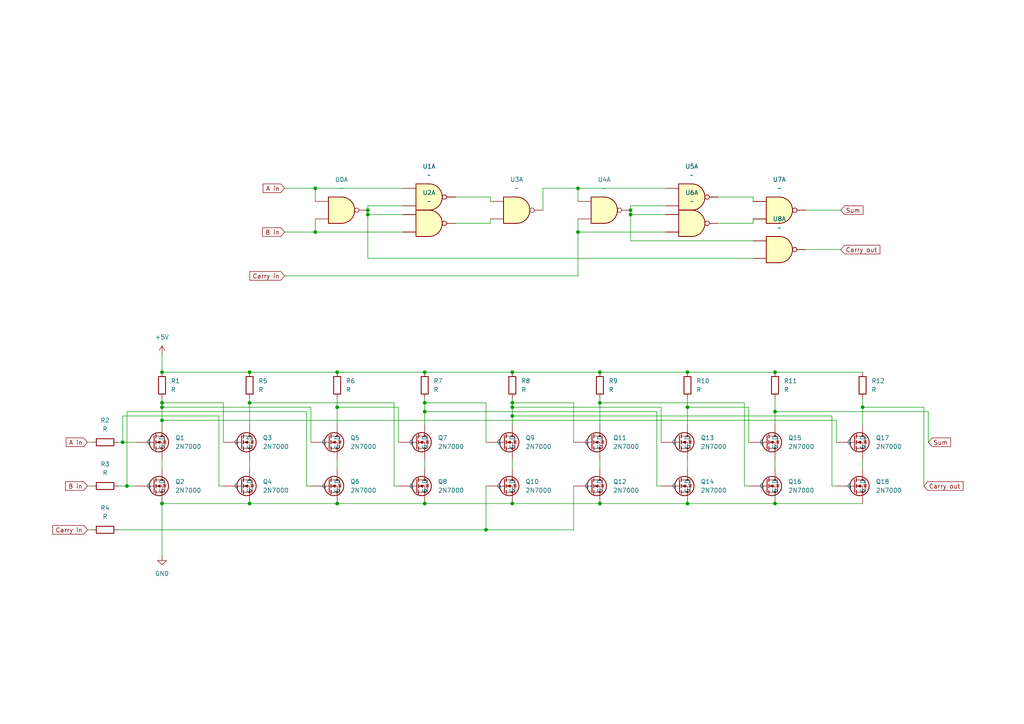
<source format=kicad_sch>
(kicad_sch (version 20250114) (generator "eeschema") (generator_version "9.0")
  (paper "A4")
  (lib_symbols
    (symbol "74xx:74HC00" (pin_numbers (hide yes)) (pin_names (offset 1.016) (hide yes))
      (property "Reference" "U" (at 0 1.27 0))
      (property "Value" "74HC00" (at 0 -1.27 0))
      (symbol "74HC00_1_1"
        (arc (start 0 3.81) (mid 3.7934 0) (end 0 -3.81) (stroke (width 0.254)) (fill (type background)))
        (polyline (pts (xy 0 3.81) (xy -3.81 3.81) (xy -3.81 -3.81) (xy 0 -3.81)) (stroke (width 0.254)) (fill (type background)))
        (pin input line (at -7.62 2.54 0) (length 3.81) (name "~") (number "1"))
        (pin input line (at -7.62 -2.54 0) (length 3.81) (name "~") (number "2"))
        (pin output inverted (at 7.62 0 180) (length 3.81) (name "~") (number "3"))
      )
      (symbol "74HC00_1_2"
        (arc (start -3.81 3.81) (mid -2.589 0) (end -3.81 -3.81) (stroke (width 0.254)))
        (polyline (pts (xy -3.81 3.81) (xy -0.635 3.81)) (stroke (width 0.254)) (fill (type background)))
        (polyline (pts (xy -3.81 -3.81) (xy -0.635 -3.81)) (stroke (width 0.254)) (fill (type background)))
        (arc (start 3.81 0) (mid 2.1855 -2.584) (end -0.6096 -3.81) (stroke (width 0.254)) (fill (type background)))
        (arc (start -0.6096 3.81) (mid 2.1928 2.5924) (end 3.81 0) (stroke (width 0.254)) (fill (type background)))
        (polyline (pts (xy -0.635 3.81) (xy -3.81 3.81) (xy -3.81 3.81) (xy -3.556 3.4036) (xy -3.0226 2.2606) (xy -2.6924 1.0414) (xy -2.6162 -0.254) (xy -2.7686 -1.4986) (xy -3.175 -2.7178) (xy -3.81 -3.81) (xy -3.81 -3.81) (xy -0.635 -3.81)) (stroke (width -25.4)) (fill (type background)))
        (pin input inverted (at -7.62 2.54 0) (length 4.318) (name "~") (number "1"))
        (pin input inverted (at -7.62 -2.54 0) (length 4.318) (name "~") (number "2"))
        (pin output line (at 7.62 0 180) (length 3.81) (name "~") (number "3"))
      )
      (symbol "74HC00_2_1"
        (arc (start 0 3.81) (mid 3.7934 0) (end 0 -3.81) (stroke (width 0.254)) (fill (type background)))
        (polyline (pts (xy 0 3.81) (xy -3.81 3.81) (xy -3.81 -3.81) (xy 0 -3.81)) (stroke (width 0.254)) (fill (type background)))
        (pin input line (at -7.62 2.54 0) (length 3.81) (name "~") (number "4"))
        (pin input line (at -7.62 -2.54 0) (length 3.81) (name "~") (number "5"))
        (pin output inverted (at 7.62 0 180) (length 3.81) (name "~") (number "6"))
      )
      (symbol "74HC00_2_2"
        (arc (start -3.81 3.81) (mid -2.589 0) (end -3.81 -3.81) (stroke (width 0.254)))
        (polyline (pts (xy -3.81 3.81) (xy -0.635 3.81)) (stroke (width 0.254)) (fill (type background)))
        (polyline (pts (xy -3.81 -3.81) (xy -0.635 -3.81)) (stroke (width 0.254)) (fill (type background)))
        (arc (start 3.81 0) (mid 2.1855 -2.584) (end -0.6096 -3.81) (stroke (width 0.254)) (fill (type background)))
        (arc (start -0.6096 3.81) (mid 2.1928 2.5924) (end 3.81 0) (stroke (width 0.254)) (fill (type background)))
        (polyline (pts (xy -0.635 3.81) (xy -3.81 3.81) (xy -3.81 3.81) (xy -3.556 3.4036) (xy -3.0226 2.2606) (xy -2.6924 1.0414) (xy -2.6162 -0.254) (xy -2.7686 -1.4986) (xy -3.175 -2.7178) (xy -3.81 -3.81) (xy -3.81 -3.81) (xy -0.635 -3.81)) (stroke (width -25.4)) (fill (type background)))
        (pin input inverted (at -7.62 2.54 0) (length 4.318) (name "~") (number "4"))
        (pin input inverted (at -7.62 -2.54 0) (length 4.318) (name "~") (number "5"))
        (pin output line (at 7.62 0 180) (length 3.81) (name "~") (number "6"))
      )
      (symbol "74HC00_3_1"
        (arc (start 0 3.81) (mid 3.7934 0) (end 0 -3.81) (stroke (width 0.254)) (fill (type background)))
        (polyline (pts (xy 0 3.81) (xy -3.81 3.81) (xy -3.81 -3.81) (xy 0 -3.81)) (stroke (width 0.254)) (fill (type background)))
        (pin input line (at -7.62 2.54 0) (length 3.81) (name "~") (number "9"))
        (pin input line (at -7.62 -2.54 0) (length 3.81) (name "~") (number "10"))
        (pin output inverted (at 7.62 0 180) (length 3.81) (name "~") (number "8"))
      )
      (symbol "74HC00_3_2"
        (arc (start -3.81 3.81) (mid -2.589 0) (end -3.81 -3.81) (stroke (width 0.254)))
        (polyline (pts (xy -3.81 3.81) (xy -0.635 3.81)) (stroke (width 0.254)) (fill (type background)))
        (polyline (pts (xy -3.81 -3.81) (xy -0.635 -3.81)) (stroke (width 0.254)) (fill (type background)))
        (arc (start 3.81 0) (mid 2.1855 -2.584) (end -0.6096 -3.81) (stroke (width 0.254)) (fill (type background)))
        (arc (start -0.6096 3.81) (mid 2.1928 2.5924) (end 3.81 0) (stroke (width 0.254)) (fill (type background)))
        (polyline (pts (xy -0.635 3.81) (xy -3.81 3.81) (xy -3.81 3.81) (xy -3.556 3.4036) (xy -3.0226 2.2606) (xy -2.6924 1.0414) (xy -2.6162 -0.254) (xy -2.7686 -1.4986) (xy -3.175 -2.7178) (xy -3.81 -3.81) (xy -3.81 -3.81) (xy -0.635 -3.81)) (stroke (width -25.4)) (fill (type background)))
        (pin input inverted (at -7.62 2.54 0) (length 4.318) (name "~") (number "9"))
        (pin input inverted (at -7.62 -2.54 0) (length 4.318) (name "~") (number "10"))
        (pin output line (at 7.62 0 180) (length 3.81) (name "~") (number "8"))
      )
      (symbol "74HC00_4_1"
        (arc (start 0 3.81) (mid 3.7934 0) (end 0 -3.81) (stroke (width 0.254)) (fill (type background)))
        (polyline (pts (xy 0 3.81) (xy -3.81 3.81) (xy -3.81 -3.81) (xy 0 -3.81)) (stroke (width 0.254)) (fill (type background)))
        (pin input line (at -7.62 2.54 0) (length 3.81) (name "~") (number "12"))
        (pin input line (at -7.62 -2.54 0) (length 3.81) (name "~") (number "13"))
        (pin output inverted (at 7.62 0 180) (length 3.81) (name "~") (number "11"))
      )
      (symbol "74HC00_4_2"
        (arc (start -3.81 3.81) (mid -2.589 0) (end -3.81 -3.81) (stroke (width 0.254)))
        (polyline (pts (xy -3.81 3.81) (xy -0.635 3.81)) (stroke (width 0.254)) (fill (type background)))
        (polyline (pts (xy -3.81 -3.81) (xy -0.635 -3.81)) (stroke (width 0.254)) (fill (type background)))
        (arc (start 3.81 0) (mid 2.1855 -2.584) (end -0.6096 -3.81) (stroke (width 0.254)) (fill (type background)))
        (arc (start -0.6096 3.81) (mid 2.1928 2.5924) (end 3.81 0) (stroke (width 0.254)) (fill (type background)))
        (polyline (pts (xy -0.635 3.81) (xy -3.81 3.81) (xy -3.81 3.81) (xy -3.556 3.4036) (xy -3.0226 2.2606) (xy -2.6924 1.0414) (xy -2.6162 -0.254) (xy -2.7686 -1.4986) (xy -3.175 -2.7178) (xy -3.81 -3.81) (xy -3.81 -3.81) (xy -0.635 -3.81)) (stroke (width -25.4)) (fill (type background)))
        (pin input inverted (at -7.62 2.54 0) (length 4.318) (name "~") (number "12"))
        (pin input inverted (at -7.62 -2.54 0) (length 4.318) (name "~") (number "13"))
        (pin output line (at 7.62 0 180) (length 3.81) (name "~") (number "11"))
      )
      (symbol "74HC00_5_0"
        (pin power_in line (at 0 12.7 270) (length 5.08) (name "VCC") (number "14"))
        (pin power_in line (at 0 -12.7 90) (length 5.08) (name "GND") (number "7"))
      )
      (symbol "74HC00_5_1"
        (rectangle (start -5.08 7.62) (end 5.08 -7.62) (stroke (width 0.254)) (fill (type background)))
      )
    )
    (symbol "Device:R" (pin_numbers (hide yes)) (pin_names (offset 0))
      (property "Reference" "R" (at 2.032 0 90))
      (property "Value" "R" (at 0 0 90))
      (symbol "R_0_1"
        (rectangle (start -1.016 -2.54) (end 1.016 2.54) (stroke (width 0.254)))
      )
      (symbol "R_1_1"
        (pin passive line (at 0 3.81 270) (length 1.27) (name "~") (number "1"))
        (pin passive line (at 0 -3.81 90) (length 1.27) (name "~") (number "2"))
      )
    )
    (symbol "Transistor_FET:2N7000" (pin_numbers (hide yes))
      (property "Reference" "Q" (at 5.08 1.905 0))
      (property "Value" "2N7000" (at 5.08 0 0))
      (symbol "2N7000_0_1"
        (polyline (pts (xy 0.254 1.905) (xy 0.254 -1.905)) (stroke (width 0.254)))
        (polyline (pts (xy 0.254 0) (xy -2.54 0)))
        (polyline (pts (xy 0.762 2.286) (xy 0.762 1.27)) (stroke (width 0.254)))
        (polyline (pts (xy 0.762 0.508) (xy 0.762 -0.508)) (stroke (width 0.254)))
        (polyline (pts (xy 0.762 -1.27) (xy 0.762 -2.286)) (stroke (width 0.254)))
        (polyline (pts (xy 0.762 -1.778) (xy 3.302 -1.778) (xy 3.302 1.778) (xy 0.762 1.778)))
        (polyline (pts (xy 1.016 0) (xy 2.032 0.381) (xy 2.032 -0.381) (xy 1.016 0)) (fill (type outline)))
        (circle (center 1.651 0) (radius 2.794) (stroke (width 0.254)))
        (polyline (pts (xy 2.54 2.54) (xy 2.54 1.778)))
        (circle (center 2.54 1.778) (radius 0.254) (fill (type outline)))
        (circle (center 2.54 -1.778) (radius 0.254) (fill (type outline)))
        (polyline (pts (xy 2.54 -2.54) (xy 2.54 0) (xy 0.762 0)))
        (polyline (pts (xy 2.794 0.508) (xy 2.921 0.381) (xy 3.683 0.381) (xy 3.81 0.254)))
        (polyline (pts (xy 3.302 0.381) (xy 2.921 -0.254) (xy 3.683 -0.254) (xy 3.302 0.381)))
      )
      (symbol "2N7000_1_1"
        (pin input line (at -5.08 0 0) (length 2.54) (name "G") (number "2"))
        (pin passive line (at 2.54 5.08 270) (length 2.54) (name "D") (number "3"))
        (pin passive line (at 2.54 -5.08 90) (length 2.54) (name "S") (number "1"))
      )
    )
    (symbol "power:+5V" (power) (pin_numbers (hide yes)) (pin_names (offset 0) (hide yes))
      (property "Value" "+5V" (at 0 3.556 0))
      (symbol "+5V_0_1"
        (polyline (pts (xy -0.762 1.27) (xy 0 2.54)))
        (polyline (pts (xy 0 2.54) (xy 0.762 1.27)))
        (polyline (pts (xy 0 0) (xy 0 2.54)))
      )
      (symbol "+5V_1_1"
        (pin power_in line (at 0 0 90) (length 0) (name "~") (number "1"))
      )
    )
    (symbol "power:GND" (power) (pin_numbers (hide yes)) (pin_names (offset 0) (hide yes))
      (property "Value" "GND" (at 0 -3.81 0))
      (symbol "GND_0_1"
        (polyline (pts (xy 0 0) (xy 0 -1.27) (xy 1.27 -1.27) (xy 0 -2.54) (xy -1.27 -1.27) (xy 0 -1.27)))
      )
      (symbol "GND_1_1"
        (pin power_in line (at 0 0 270) (length 0) (name "~") (number "1"))
      )
    )
  )
  (junction (at 182.88 62.23))
  (junction (at 148.59 118.11))
  (junction (at 224.79 119.38))
  (junction (at 97.79 146.05))
  (junction (at 123.19 116.84))
  (junction (at 97.79 118.11))
  (junction (at 72.39 107.95))
  (junction (at 250.19 118.11))
  (junction (at 224.79 107.95))
  (junction (at 35.56 128.27))
  (junction (at 91.44 67.31))
  (junction (at 46.99 107.95))
  (junction (at 46.99 146.05))
  (junction (at 199.39 118.11))
  (junction (at 199.39 146.05))
  (junction (at 167.64 67.31))
  (junction (at 148.59 116.84))
  (junction (at 182.88 60.96))
  (junction (at 46.99 121.92))
  (junction (at 46.99 116.84))
  (junction (at 123.19 107.95))
  (junction (at 123.19 146.05))
  (junction (at 97.79 107.95))
  (junction (at 199.39 107.95))
  (junction (at 224.79 146.05))
  (junction (at 140.97 153.67))
  (junction (at 148.59 107.95))
  (junction (at 46.99 118.11))
  (junction (at 173.99 107.95))
  (junction (at 123.19 119.38))
  (junction (at 72.39 146.05))
  (junction (at 36.83 140.97))
  (junction (at 148.59 146.05))
  (junction (at 106.68 62.23))
  (junction (at 106.68 60.96))
  (junction (at 72.39 116.84))
  (junction (at 173.99 146.05))
  (junction (at 91.44 54.61))
  (junction (at 148.59 120.65))
  (junction (at 167.64 54.61))
  (junction (at 173.99 116.84))
  (wire (pts (xy 64.77 116.84) (xy 46.99 116.84)))
  (wire (pts (xy 123.19 133.35) (xy 123.19 135.89)))
  (wire (pts (xy 148.59 107.95) (xy 173.99 107.95)))
  (wire (pts (xy 140.97 153.67) (xy 140.97 140.97)))
  (wire (pts (xy 269.24 119.38) (xy 224.79 119.38)))
  (wire (pts (xy 36.83 140.97) (xy 39.37 140.97)))
  (wire (pts (xy 173.99 115.57) (xy 173.99 116.84)))
  (wire (pts (xy 224.79 133.35) (xy 224.79 135.89)))
  (wire (pts (xy 191.77 140.97) (xy 190.5 140.97)))
  (wire (pts (xy 193.04 62.23) (xy 182.88 62.23)))
  (wire (pts (xy 123.19 115.57) (xy 123.19 116.84)))
  (wire (pts (xy 97.79 115.57) (xy 97.79 118.11)))
  (wire (pts (xy 90.17 118.11) (xy 46.99 118.11)))
  (wire (pts (xy 224.79 119.38) (xy 224.79 123.19)))
  (wire (pts (xy 91.44 54.61) (xy 91.44 58.42)))
  (wire (pts (xy 182.88 62.23) (xy 182.88 69.85)))
  (wire (pts (xy 82.55 67.31) (xy 91.44 67.31)))
  (wire (pts (xy 215.9 116.84) (xy 173.99 116.84)))
  (wire (pts (xy 233.68 60.96) (xy 243.84 60.96)))
  (wire (pts (xy 97.79 133.35) (xy 97.79 135.89)))
  (wire (pts (xy 182.88 59.69) (xy 182.88 60.96)))
  (wire (pts (xy 269.24 128.27) (xy 269.24 119.38)))
  (wire (pts (xy 46.99 118.11) (xy 46.99 121.92)))
  (wire (pts (xy 250.19 133.35) (xy 250.19 135.89)))
  (wire (pts (xy 115.57 140.97) (xy 114.3 140.97)))
  (wire (pts (xy 218.44 74.93) (xy 106.68 74.93)))
  (wire (pts (xy 167.64 54.61) (xy 193.04 54.61)))
  (wire (pts (xy 46.99 121.92) (xy 46.99 123.19)))
  (wire (pts (xy 90.17 128.27) (xy 90.17 118.11)))
  (wire (pts (xy 167.64 67.31) (xy 167.64 63.5)))
  (wire (pts (xy 88.9 119.38) (xy 36.83 119.38)))
  (wire (pts (xy 123.19 146.05) (xy 148.59 146.05)))
  (wire (pts (xy 72.39 146.05) (xy 97.79 146.05)))
  (wire (pts (xy 123.19 116.84) (xy 123.19 119.38)))
  (wire (pts (xy 72.39 107.95) (xy 97.79 107.95)))
  (wire (pts (xy 116.84 62.23) (xy 106.68 62.23)))
  (wire (pts (xy 25.4 153.67) (xy 26.67 153.67)))
  (wire (pts (xy 157.48 54.61) (xy 167.64 54.61)))
  (wire (pts (xy 166.37 128.27) (xy 166.37 116.84)))
  (wire (pts (xy 148.59 118.11) (xy 148.59 120.65)))
  (wire (pts (xy 142.24 64.77) (xy 142.24 63.5)))
  (wire (pts (xy 123.19 107.95) (xy 148.59 107.95)))
  (wire (pts (xy 25.4 140.97) (xy 26.67 140.97)))
  (wire (pts (xy 182.88 60.96) (xy 182.88 62.23)))
  (wire (pts (xy 173.99 107.95) (xy 199.39 107.95)))
  (wire (pts (xy 115.57 118.11) (xy 97.79 118.11)))
  (wire (pts (xy 166.37 116.84) (xy 148.59 116.84)))
  (wire (pts (xy 35.56 120.65) (xy 35.56 128.27)))
  (wire (pts (xy 224.79 146.05) (xy 250.19 146.05)))
  (wire (pts (xy 72.39 116.84) (xy 72.39 123.19)))
  (wire (pts (xy 148.59 146.05) (xy 173.99 146.05)))
  (wire (pts (xy 241.3 120.65) (xy 148.59 120.65)))
  (wire (pts (xy 34.29 128.27) (xy 35.56 128.27)))
  (wire (pts (xy 46.99 146.05) (xy 46.99 161.29)))
  (wire (pts (xy 148.59 115.57) (xy 148.59 116.84)))
  (wire (pts (xy 242.57 121.92) (xy 46.99 121.92)))
  (wire (pts (xy 199.39 133.35) (xy 199.39 135.89)))
  (wire (pts (xy 34.29 153.67) (xy 140.97 153.67)))
  (wire (pts (xy 46.99 107.95) (xy 72.39 107.95)))
  (wire (pts (xy 46.99 116.84) (xy 46.99 118.11)))
  (wire (pts (xy 82.55 80.01) (xy 167.64 80.01)))
  (wire (pts (xy 90.17 140.97) (xy 88.9 140.97)))
  (wire (pts (xy 148.59 116.84) (xy 148.59 118.11)))
  (wire (pts (xy 167.64 67.31) (xy 193.04 67.31)))
  (wire (pts (xy 64.77 128.27) (xy 64.77 116.84)))
  (wire (pts (xy 106.68 59.69) (xy 106.68 60.96)))
  (wire (pts (xy 199.39 115.57) (xy 199.39 118.11)))
  (wire (pts (xy 233.68 72.39) (xy 243.84 72.39)))
  (wire (pts (xy 97.79 146.05) (xy 123.19 146.05)))
  (wire (pts (xy 242.57 140.97) (xy 241.3 140.97)))
  (wire (pts (xy 173.99 133.35) (xy 173.99 135.89)))
  (wire (pts (xy 217.17 128.27) (xy 217.17 118.11)))
  (wire (pts (xy 208.28 57.15) (xy 218.44 57.15)))
  (wire (pts (xy 36.83 119.38) (xy 36.83 140.97)))
  (wire (pts (xy 97.79 118.11) (xy 97.79 123.19)))
  (wire (pts (xy 148.59 133.35) (xy 148.59 135.89)))
  (wire (pts (xy 72.39 115.57) (xy 72.39 116.84)))
  (wire (pts (xy 250.19 115.57) (xy 250.19 118.11)))
  (wire (pts (xy 191.77 118.11) (xy 148.59 118.11)))
  (wire (pts (xy 116.84 59.69) (xy 106.68 59.69)))
  (wire (pts (xy 224.79 107.95) (xy 250.19 107.95)))
  (wire (pts (xy 173.99 146.05) (xy 199.39 146.05)))
  (wire (pts (xy 91.44 67.31) (xy 91.44 63.5)))
  (wire (pts (xy 199.39 146.05) (xy 224.79 146.05)))
  (wire (pts (xy 63.5 120.65) (xy 35.56 120.65)))
  (wire (pts (xy 46.99 115.57) (xy 46.99 116.84)))
  (wire (pts (xy 182.88 69.85) (xy 218.44 69.85)))
  (wire (pts (xy 106.68 60.96) (xy 106.68 62.23)))
  (wire (pts (xy 106.68 62.23) (xy 106.68 74.93)))
  (wire (pts (xy 166.37 140.97) (xy 166.37 153.67)))
  (wire (pts (xy 140.97 128.27) (xy 140.97 116.84)))
  (wire (pts (xy 46.99 146.05) (xy 72.39 146.05)))
  (wire (pts (xy 63.5 140.97) (xy 63.5 120.65)))
  (wire (pts (xy 132.08 57.15) (xy 142.24 57.15)))
  (wire (pts (xy 64.77 140.97) (xy 63.5 140.97)))
  (wire (pts (xy 190.5 140.97) (xy 190.5 119.38)))
  (wire (pts (xy 114.3 140.97) (xy 114.3 116.84)))
  (wire (pts (xy 46.99 102.87) (xy 46.99 107.95)))
  (wire (pts (xy 142.24 57.15) (xy 142.24 58.42)))
  (wire (pts (xy 123.19 119.38) (xy 190.5 119.38)))
  (wire (pts (xy 217.17 118.11) (xy 199.39 118.11)))
  (wire (pts (xy 199.39 118.11) (xy 199.39 123.19)))
  (wire (pts (xy 97.79 107.95) (xy 123.19 107.95)))
  (wire (pts (xy 218.44 57.15) (xy 218.44 58.42)))
  (wire (pts (xy 148.59 120.65) (xy 148.59 123.19)))
  (wire (pts (xy 88.9 140.97) (xy 88.9 119.38)))
  (wire (pts (xy 91.44 54.61) (xy 116.84 54.61)))
  (wire (pts (xy 217.17 140.97) (xy 215.9 140.97)))
  (wire (pts (xy 267.97 140.97) (xy 267.97 118.11)))
  (wire (pts (xy 241.3 140.97) (xy 241.3 120.65)))
  (wire (pts (xy 250.19 118.11) (xy 250.19 123.19)))
  (wire (pts (xy 35.56 128.27) (xy 39.37 128.27)))
  (wire (pts (xy 166.37 153.67) (xy 140.97 153.67)))
  (wire (pts (xy 242.57 128.27) (xy 242.57 121.92)))
  (wire (pts (xy 132.08 64.77) (xy 142.24 64.77)))
  (wire (pts (xy 140.97 116.84) (xy 123.19 116.84)))
  (wire (pts (xy 208.28 64.77) (xy 218.44 64.77)))
  (wire (pts (xy 25.4 128.27) (xy 26.67 128.27)))
  (wire (pts (xy 72.39 133.35) (xy 72.39 135.89)))
  (wire (pts (xy 91.44 67.31) (xy 116.84 67.31)))
  (wire (pts (xy 199.39 107.95) (xy 224.79 107.95)))
  (wire (pts (xy 224.79 115.57) (xy 224.79 119.38)))
  (wire (pts (xy 267.97 118.11) (xy 250.19 118.11)))
  (wire (pts (xy 123.19 119.38) (xy 123.19 123.19)))
  (wire (pts (xy 34.29 140.97) (xy 36.83 140.97)))
  (wire (pts (xy 193.04 59.69) (xy 182.88 59.69)))
  (wire (pts (xy 167.64 80.01) (xy 167.64 67.31)))
  (wire (pts (xy 157.48 54.61) (xy 157.48 60.96)))
  (wire (pts (xy 191.77 128.27) (xy 191.77 118.11)))
  (wire (pts (xy 114.3 116.84) (xy 72.39 116.84)))
  (wire (pts (xy 167.64 54.61) (xy 167.64 58.42)))
  (wire (pts (xy 215.9 140.97) (xy 215.9 116.84)))
  (wire (pts (xy 218.44 64.77) (xy 218.44 63.5)))
  (wire (pts (xy 46.99 133.35) (xy 46.99 135.89)))
  (wire (pts (xy 173.99 116.84) (xy 173.99 123.19)))
  (wire (pts (xy 82.55 54.61) (xy 91.44 54.61)))
  (wire (pts (xy 115.57 128.27) (xy 115.57 118.11)))
  (global_label "A in" (shape input) (at 82.55 54.61 180) (property "Intersheetrefs" "${INTERSHEET_REFS}" (effects (hide yes))))
  (global_label "Sum" (shape input) (at 269.24 128.27 0) (property "Intersheetrefs" "${INTERSHEET_REFS}" (effects (hide yes))))
  (global_label "Carry out" (shape input) (at 267.97 140.97 0) (property "Intersheetrefs" "${INTERSHEET_REFS}" (effects (hide yes))))
  (global_label "Carry in" (shape input) (at 25.4 153.67 180) (property "Intersheetrefs" "${INTERSHEET_REFS}" (effects (hide yes))))
  (global_label "Carry in" (shape input) (at 82.55 80.01 180) (property "Intersheetrefs" "${INTERSHEET_REFS}" (effects (hide yes))))
  (global_label "Carry out" (shape input) (at 243.84 72.39 0) (property "Intersheetrefs" "${INTERSHEET_REFS}" (effects (hide yes))))
  (global_label "B in" (shape input) (at 82.55 67.31 180) (property "Intersheetrefs" "${INTERSHEET_REFS}" (effects (hide yes))))
  (global_label "B in" (shape input) (at 25.4 140.97 180) (property "Intersheetrefs" "${INTERSHEET_REFS}" (effects (hide yes))))
  (global_label "A in" (shape input) (at 25.4 128.27 180) (property "Intersheetrefs" "${INTERSHEET_REFS}" (effects (hide yes))))
  (global_label "Sum" (shape input) (at 243.84 60.96 0) (property "Intersheetrefs" "${INTERSHEET_REFS}" (effects (hide yes))))
  (symbol (lib_id "74xx:74HC00") (at 226.06 60.96 0) (unit 1)
    (property "Reference" "U7" (at 226.0517 52.07 0))
    (property "Value" "~" (at 226.0517 54.61 0))
    (property "Datasheet" "http://www.ti.com/lit/gpn/sn74hc00" (effects (hide yes)))
    (property "Description" "quad 2-input NAND gate" (effects (hide yes)))
  )
  (symbol (lib_id "Device:R") (at 123.19 111.76 0) (unit 1)
    (property "Reference" "R7" (at 125.73 110.4899 0) (effects (justify left)))
    (property "Value" "R" (at 125.73 113.0299 0) (effects (justify left)))
    (property "Description" "Resistor" (effects (hide yes)))
  )
  (symbol (lib_id "Device:R") (at 224.79 111.76 0) (unit 1)
    (property "Reference" "R11" (at 227.33 110.4899 0) (effects (justify left)))
    (property "Value" "R" (at 227.33 113.0299 0) (effects (justify left)))
    (property "Description" "Resistor" (effects (hide yes)))
  )
  (symbol (lib_id "Transistor_FET:2N7000") (at 196.85 128.27 0) (unit 1)
    (property "Reference" "Q13" (at 203.2 126.9999 0) (effects (justify left)))
    (property "Value" "2N7000" (at 203.2 129.5399 0) (effects (justify left)))
    (property "Footprint" "Package_TO_SOT_THT:TO-92_Inline" (effects (hide yes)))
    (property "Datasheet" "https://www.vishay.com/docs/70226/70226.pdf" (effects (hide yes)))
    (property "Description" "0.2A Id, 200V Vds, N-Channel MOSFET, 2.6V Logic Level, TO-92" (effects (hide yes)))
  )
  (symbol (lib_id "Transistor_FET:2N7000") (at 120.65 128.27 0) (unit 1)
    (property "Reference" "Q7" (at 127 126.9999 0) (effects (justify left)))
    (property "Value" "2N7000" (at 127 129.5399 0) (effects (justify left)))
    (property "Footprint" "Package_TO_SOT_THT:TO-92_Inline" (effects (hide yes)))
    (property "Datasheet" "https://www.vishay.com/docs/70226/70226.pdf" (effects (hide yes)))
    (property "Description" "0.2A Id, 200V Vds, N-Channel MOSFET, 2.6V Logic Level, TO-92" (effects (hide yes)))
  )
  (symbol (lib_id "Transistor_FET:2N7000") (at 69.85 140.97 0) (unit 1)
    (property "Reference" "Q4" (at 76.2 139.6999 0) (effects (justify left)))
    (property "Value" "2N7000" (at 76.2 142.2399 0) (effects (justify left)))
    (property "Footprint" "Package_TO_SOT_THT:TO-92_Inline" (effects (hide yes)))
    (property "Datasheet" "https://www.vishay.com/docs/70226/70226.pdf" (effects (hide yes)))
    (property "Description" "0.2A Id, 200V Vds, N-Channel MOSFET, 2.6V Logic Level, TO-92" (effects (hide yes)))
  )
  (symbol (lib_id "74xx:74HC00") (at 226.06 72.39 0) (unit 1)
    (property "Reference" "U8" (at 226.0517 63.5 0))
    (property "Value" "~" (at 226.0517 66.04 0))
    (property "Datasheet" "http://www.ti.com/lit/gpn/sn74hc00" (effects (hide yes)))
    (property "Description" "quad 2-input NAND gate" (effects (hide yes)))
  )
  (symbol (lib_id "Transistor_FET:2N7000") (at 171.45 128.27 0) (unit 1)
    (property "Reference" "Q11" (at 177.8 126.9999 0) (effects (justify left)))
    (property "Value" "2N7000" (at 177.8 129.5399 0) (effects (justify left)))
    (property "Footprint" "Package_TO_SOT_THT:TO-92_Inline" (effects (hide yes)))
    (property "Datasheet" "https://www.vishay.com/docs/70226/70226.pdf" (effects (hide yes)))
    (property "Description" "0.2A Id, 200V Vds, N-Channel MOSFET, 2.6V Logic Level, TO-92" (effects (hide yes)))
  )
  (symbol (lib_id "74xx:74HC00") (at 124.46 64.77 0) (unit 1)
    (property "Reference" "U2" (at 124.4517 55.88 0))
    (property "Value" "~" (at 124.4517 58.42 0))
    (property "Datasheet" "http://www.ti.com/lit/gpn/sn74hc00" (effects (hide yes)))
    (property "Description" "quad 2-input NAND gate" (effects (hide yes)))
  )
  (symbol (lib_id "74xx:74HC00") (at 149.86 60.96 0) (unit 1)
    (property "Reference" "U3" (at 149.8517 52.07 0))
    (property "Value" "~" (at 149.8517 54.61 0))
    (property "Datasheet" "http://www.ti.com/lit/gpn/sn74hc00" (effects (hide yes)))
    (property "Description" "quad 2-input NAND gate" (effects (hide yes)))
  )
  (symbol (lib_id "74xx:74HC00") (at 124.46 57.15 0) (unit 1)
    (property "Reference" "U1" (at 124.4517 48.26 0))
    (property "Value" "~" (at 124.4517 50.8 0))
    (property "Datasheet" "http://www.ti.com/lit/gpn/sn74hc00" (effects (hide yes)))
    (property "Description" "quad 2-input NAND gate" (effects (hide yes)))
  )
  (symbol (lib_id "74xx:74HC00") (at 99.06 60.96 0) (unit 1)
    (property "Reference" "U0" (at 99.0517 52.07 0))
    (property "Value" "~" (at 99.0517 54.61 0))
    (property "Datasheet" "http://www.ti.com/lit/gpn/sn74hc00" (effects (hide yes)))
    (property "Description" "quad 2-input NAND gate" (effects (hide yes)))
  )
  (symbol (lib_id "Device:R") (at 30.48 153.67 90) (unit 1)
    (property "Reference" "R4" (at 30.48 147.32 90))
    (property "Value" "R" (at 30.48 149.86 90))
    (property "Description" "Resistor" (effects (hide yes)))
  )
  (symbol (lib_id "Device:R") (at 199.39 111.76 0) (unit 1)
    (property "Reference" "R10" (at 201.93 110.4899 0) (effects (justify left)))
    (property "Value" "R" (at 201.93 113.0299 0) (effects (justify left)))
    (property "Description" "Resistor" (effects (hide yes)))
  )
  (symbol (lib_id "Transistor_FET:2N7000") (at 196.85 140.97 0) (unit 1)
    (property "Reference" "Q14" (at 203.2 139.6999 0) (effects (justify left)))
    (property "Value" "2N7000" (at 203.2 142.2399 0) (effects (justify left)))
    (property "Footprint" "Package_TO_SOT_THT:TO-92_Inline" (effects (hide yes)))
    (property "Datasheet" "https://www.vishay.com/docs/70226/70226.pdf" (effects (hide yes)))
    (property "Description" "0.2A Id, 200V Vds, N-Channel MOSFET, 2.6V Logic Level, TO-92" (effects (hide yes)))
  )
  (symbol (lib_id "74xx:74HC00") (at 200.66 57.15 0) (unit 1)
    (property "Reference" "U5" (at 200.6517 48.26 0))
    (property "Value" "~" (at 200.6517 50.8 0))
    (property "Datasheet" "http://www.ti.com/lit/gpn/sn74hc00" (effects (hide yes)))
    (property "Description" "quad 2-input NAND gate" (effects (hide yes)))
  )
  (symbol (lib_id "Transistor_FET:2N7000") (at 69.85 128.27 0) (unit 1)
    (property "Reference" "Q3" (at 76.2 126.9999 0) (effects (justify left)))
    (property "Value" "2N7000" (at 76.2 129.5399 0) (effects (justify left)))
    (property "Footprint" "Package_TO_SOT_THT:TO-92_Inline" (effects (hide yes)))
    (property "Datasheet" "https://www.vishay.com/docs/70226/70226.pdf" (effects (hide yes)))
    (property "Description" "0.2A Id, 200V Vds, N-Channel MOSFET, 2.6V Logic Level, TO-92" (effects (hide yes)))
  )
  (symbol (lib_id "74xx:74HC00") (at 175.26 60.96 0) (unit 1)
    (property "Reference" "U4" (at 175.2517 52.07 0))
    (property "Value" "~" (at 175.2517 54.61 0))
    (property "Datasheet" "http://www.ti.com/lit/gpn/sn74hc00" (effects (hide yes)))
    (property "Description" "quad 2-input NAND gate" (effects (hide yes)))
  )
  (symbol (lib_id "74xx:74HC00") (at 200.66 64.77 0) (unit 1)
    (property "Reference" "U6" (at 200.6517 55.88 0))
    (property "Value" "~" (at 200.6517 58.42 0))
    (property "Datasheet" "http://www.ti.com/lit/gpn/sn74hc00" (effects (hide yes)))
    (property "Description" "quad 2-input NAND gate" (effects (hide yes)))
  )
  (symbol (lib_id "Device:R") (at 250.19 111.76 0) (unit 1)
    (property "Reference" "R12" (at 252.73 110.4899 0) (effects (justify left)))
    (property "Value" "R" (at 252.73 113.0299 0) (effects (justify left)))
    (property "Description" "Resistor" (effects (hide yes)))
  )
  (symbol (lib_id "Device:R") (at 72.39 111.76 0) (unit 1)
    (property "Reference" "R5" (at 74.93 110.4899 0) (effects (justify left)))
    (property "Value" "R" (at 74.93 113.0299 0) (effects (justify left)))
    (property "Description" "Resistor" (effects (hide yes)))
  )
  (symbol (lib_id "Device:R") (at 173.99 111.76 0) (unit 1)
    (property "Reference" "R9" (at 176.53 110.4899 0) (effects (justify left)))
    (property "Value" "R" (at 176.53 113.0299 0) (effects (justify left)))
    (property "Description" "Resistor" (effects (hide yes)))
  )
  (symbol (lib_id "Transistor_FET:2N7000") (at 222.25 128.27 0) (unit 1)
    (property "Reference" "Q15" (at 228.6 126.9999 0) (effects (justify left)))
    (property "Value" "2N7000" (at 228.6 129.5399 0) (effects (justify left)))
    (property "Footprint" "Package_TO_SOT_THT:TO-92_Inline" (effects (hide yes)))
    (property "Datasheet" "https://www.vishay.com/docs/70226/70226.pdf" (effects (hide yes)))
    (property "Description" "0.2A Id, 200V Vds, N-Channel MOSFET, 2.6V Logic Level, TO-92" (effects (hide yes)))
  )
  (symbol (lib_id "Transistor_FET:2N7000") (at 44.45 140.97 0) (unit 1)
    (property "Reference" "Q2" (at 50.8 139.6999 0) (effects (justify left)))
    (property "Value" "2N7000" (at 50.8 142.2399 0) (effects (justify left)))
    (property "Footprint" "Package_TO_SOT_THT:TO-92_Inline" (effects (hide yes)))
    (property "Datasheet" "https://www.vishay.com/docs/70226/70226.pdf" (effects (hide yes)))
    (property "Description" "0.2A Id, 200V Vds, N-Channel MOSFET, 2.6V Logic Level, TO-92" (effects (hide yes)))
  )
  (symbol (lib_id "Device:R") (at 46.99 111.76 0) (unit 1)
    (property "Reference" "R1" (at 49.53 110.4899 0) (effects (justify left)))
    (property "Value" "R" (at 49.53 113.0299 0) (effects (justify left)))
    (property "Description" "Resistor" (effects (hide yes)))
  )
  (symbol (lib_id "Device:R") (at 30.48 140.97 90) (unit 1)
    (property "Reference" "R3" (at 30.48 134.62 90))
    (property "Value" "R" (at 30.48 137.16 90))
    (property "Description" "Resistor" (effects (hide yes)))
  )
  (symbol (lib_id "Transistor_FET:2N7000") (at 95.25 128.27 0) (unit 1)
    (property "Reference" "Q5" (at 101.6 126.9999 0) (effects (justify left)))
    (property "Value" "2N7000" (at 101.6 129.5399 0) (effects (justify left)))
    (property "Footprint" "Package_TO_SOT_THT:TO-92_Inline" (effects (hide yes)))
    (property "Datasheet" "https://www.vishay.com/docs/70226/70226.pdf" (effects (hide yes)))
    (property "Description" "0.2A Id, 200V Vds, N-Channel MOSFET, 2.6V Logic Level, TO-92" (effects (hide yes)))
  )
  (symbol (lib_id "Transistor_FET:2N7000") (at 120.65 140.97 0) (unit 1)
    (property "Reference" "Q8" (at 127 139.6999 0) (effects (justify left)))
    (property "Value" "2N7000" (at 127 142.2399 0) (effects (justify left)))
    (property "Footprint" "Package_TO_SOT_THT:TO-92_Inline" (effects (hide yes)))
    (property "Datasheet" "https://www.vishay.com/docs/70226/70226.pdf" (effects (hide yes)))
    (property "Description" "0.2A Id, 200V Vds, N-Channel MOSFET, 2.6V Logic Level, TO-92" (effects (hide yes)))
  )
  (symbol (lib_id "Transistor_FET:2N7000") (at 95.25 140.97 0) (unit 1)
    (property "Reference" "Q6" (at 101.6 139.6999 0) (effects (justify left)))
    (property "Value" "2N7000" (at 101.6 142.2399 0) (effects (justify left)))
    (property "Footprint" "Package_TO_SOT_THT:TO-92_Inline" (effects (hide yes)))
    (property "Datasheet" "https://www.vishay.com/docs/70226/70226.pdf" (effects (hide yes)))
    (property "Description" "0.2A Id, 200V Vds, N-Channel MOSFET, 2.6V Logic Level, TO-92" (effects (hide yes)))
  )
  (symbol (lib_id "Transistor_FET:2N7000") (at 44.45 128.27 0) (unit 1)
    (property "Reference" "Q1" (at 50.8 126.9999 0) (effects (justify left)))
    (property "Value" "2N7000" (at 50.8 129.5399 0) (effects (justify left)))
    (property "Footprint" "Package_TO_SOT_THT:TO-92_Inline" (effects (hide yes)))
    (property "Datasheet" "https://www.vishay.com/docs/70226/70226.pdf" (effects (hide yes)))
    (property "Description" "0.2A Id, 200V Vds, N-Channel MOSFET, 2.6V Logic Level, TO-92" (effects (hide yes)))
  )
  (symbol (lib_id "Transistor_FET:2N7000") (at 146.05 128.27 0) (unit 1)
    (property "Reference" "Q9" (at 152.4 126.9999 0) (effects (justify left)))
    (property "Value" "2N7000" (at 152.4 129.5399 0) (effects (justify left)))
    (property "Footprint" "Package_TO_SOT_THT:TO-92_Inline" (effects (hide yes)))
    (property "Datasheet" "https://www.vishay.com/docs/70226/70226.pdf" (effects (hide yes)))
    (property "Description" "0.2A Id, 200V Vds, N-Channel MOSFET, 2.6V Logic Level, TO-92" (effects (hide yes)))
  )
  (symbol (lib_id "Transistor_FET:2N7000") (at 247.65 140.97 0) (unit 1)
    (property "Reference" "Q18" (at 254 139.6999 0) (effects (justify left)))
    (property "Value" "2N7000" (at 254 142.2399 0) (effects (justify left)))
    (property "Footprint" "Package_TO_SOT_THT:TO-92_Inline" (effects (hide yes)))
    (property "Datasheet" "https://www.vishay.com/docs/70226/70226.pdf" (effects (hide yes)))
    (property "Description" "0.2A Id, 200V Vds, N-Channel MOSFET, 2.6V Logic Level, TO-92" (effects (hide yes)))
  )
  (symbol (lib_id "Transistor_FET:2N7000") (at 171.45 140.97 0) (unit 1)
    (property "Reference" "Q12" (at 177.8 139.6999 0) (effects (justify left)))
    (property "Value" "2N7000" (at 177.8 142.2399 0) (effects (justify left)))
    (property "Footprint" "Package_TO_SOT_THT:TO-92_Inline" (effects (hide yes)))
    (property "Datasheet" "https://www.vishay.com/docs/70226/70226.pdf" (effects (hide yes)))
    (property "Description" "0.2A Id, 200V Vds, N-Channel MOSFET, 2.6V Logic Level, TO-92" (effects (hide yes)))
  )
  (symbol (lib_id "Transistor_FET:2N7000") (at 146.05 140.97 0) (unit 1)
    (property "Reference" "Q10" (at 152.4 139.6999 0) (effects (justify left)))
    (property "Value" "2N7000" (at 152.4 142.2399 0) (effects (justify left)))
    (property "Footprint" "Package_TO_SOT_THT:TO-92_Inline" (effects (hide yes)))
    (property "Datasheet" "https://www.vishay.com/docs/70226/70226.pdf" (effects (hide yes)))
    (property "Description" "0.2A Id, 200V Vds, N-Channel MOSFET, 2.6V Logic Level, TO-92" (effects (hide yes)))
  )
  (symbol (lib_id "Transistor_FET:2N7000") (at 247.65 128.27 0) (unit 1)
    (property "Reference" "Q17" (at 254 126.9999 0) (effects (justify left)))
    (property "Value" "2N7000" (at 254 129.5399 0) (effects (justify left)))
    (property "Footprint" "Package_TO_SOT_THT:TO-92_Inline" (effects (hide yes)))
    (property "Datasheet" "https://www.vishay.com/docs/70226/70226.pdf" (effects (hide yes)))
    (property "Description" "0.2A Id, 200V Vds, N-Channel MOSFET, 2.6V Logic Level, TO-92" (effects (hide yes)))
  )
  (symbol (lib_id "Device:R") (at 97.79 111.76 0) (unit 1)
    (property "Reference" "R6" (at 100.33 110.4899 0) (effects (justify left)))
    (property "Value" "R" (at 100.33 113.0299 0) (effects (justify left)))
    (property "Description" "Resistor" (effects (hide yes)))
  )
  (symbol (lib_id "power:+5V") (at 46.99 102.87 0) (unit 1)
    (property "Reference" "#PWR01" (effects (hide yes)))
    (property "Value" "+5V" (at 46.99 97.79 0))
    (property "Description" "Power symbol creates a global label with name \"+5V\"" (effects (hide yes)))
  )
  (symbol (lib_id "power:GND") (at 46.99 161.29 0) (unit 1)
    (property "Reference" "#PWR02" (effects (hide yes)))
    (property "Value" "GND" (at 46.99 166.37 0))
    (property "Description" "Power symbol creates a global label with name \"GND\" , ground" (effects (hide yes)))
  )
  (symbol (lib_id "Device:R") (at 148.59 111.76 0) (unit 1)
    (property "Reference" "R8" (at 151.13 110.4899 0) (effects (justify left)))
    (property "Value" "R" (at 151.13 113.0299 0) (effects (justify left)))
    (property "Description" "Resistor" (effects (hide yes)))
  )
  (symbol (lib_id "Transistor_FET:2N7000") (at 222.25 140.97 0) (unit 1)
    (property "Reference" "Q16" (at 228.6 139.6999 0) (effects (justify left)))
    (property "Value" "2N7000" (at 228.6 142.2399 0) (effects (justify left)))
    (property "Footprint" "Package_TO_SOT_THT:TO-92_Inline" (effects (hide yes)))
    (property "Datasheet" "https://www.vishay.com/docs/70226/70226.pdf" (effects (hide yes)))
    (property "Description" "0.2A Id, 200V Vds, N-Channel MOSFET, 2.6V Logic Level, TO-92" (effects (hide yes)))
  )
  (symbol (lib_id "Device:R") (at 30.48 128.27 90) (unit 1)
    (property "Reference" "R2" (at 30.48 121.92 90))
    (property "Value" "R" (at 30.48 124.46 90))
    (property "Description" "Resistor" (effects (hide yes)))
  )
)
</source>
